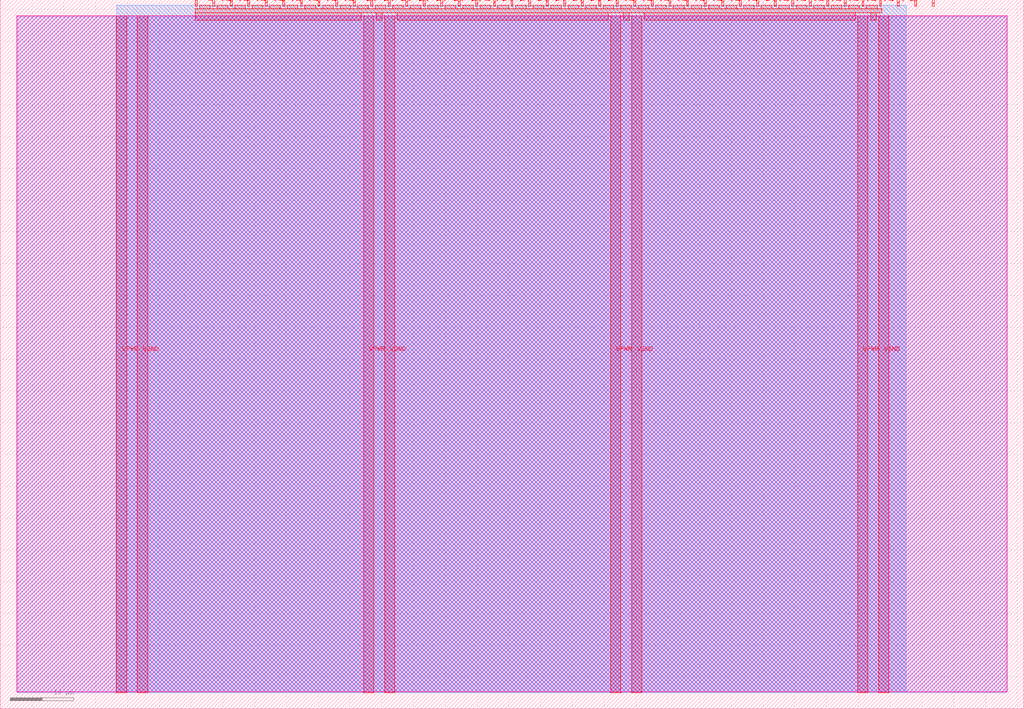
<source format=lef>
VERSION 5.7 ;
  NOWIREEXTENSIONATPIN ON ;
  DIVIDERCHAR "/" ;
  BUSBITCHARS "[]" ;
MACRO tt_um_wokwi_424253105151695873
  CLASS BLOCK ;
  FOREIGN tt_um_wokwi_424253105151695873 ;
  ORIGIN 0.000 0.000 ;
  SIZE 161.000 BY 111.520 ;
  PIN VGND
    DIRECTION INOUT ;
    USE GROUND ;
    PORT
      LAYER met4 ;
        RECT 21.580 2.480 23.180 109.040 ;
    END
    PORT
      LAYER met4 ;
        RECT 60.450 2.480 62.050 109.040 ;
    END
    PORT
      LAYER met4 ;
        RECT 99.320 2.480 100.920 109.040 ;
    END
    PORT
      LAYER met4 ;
        RECT 138.190 2.480 139.790 109.040 ;
    END
  END VGND
  PIN VPWR
    DIRECTION INOUT ;
    USE POWER ;
    PORT
      LAYER met4 ;
        RECT 18.280 2.480 19.880 109.040 ;
    END
    PORT
      LAYER met4 ;
        RECT 57.150 2.480 58.750 109.040 ;
    END
    PORT
      LAYER met4 ;
        RECT 96.020 2.480 97.620 109.040 ;
    END
    PORT
      LAYER met4 ;
        RECT 134.890 2.480 136.490 109.040 ;
    END
  END VPWR
  PIN clk
    DIRECTION INPUT ;
    USE SIGNAL ;
    PORT
      LAYER met4 ;
        RECT 143.830 110.520 144.130 111.520 ;
    END
  END clk
  PIN ena
    DIRECTION INPUT ;
    USE SIGNAL ;
    PORT
      LAYER met4 ;
        RECT 146.590 110.520 146.890 111.520 ;
    END
  END ena
  PIN rst_n
    DIRECTION INPUT ;
    USE SIGNAL ;
    PORT
      LAYER met4 ;
        RECT 141.070 110.520 141.370 111.520 ;
    END
  END rst_n
  PIN ui_in[0]
    DIRECTION INPUT ;
    USE SIGNAL ;
    ANTENNAGATEAREA 0.196500 ;
    PORT
      LAYER met4 ;
        RECT 138.310 110.520 138.610 111.520 ;
    END
  END ui_in[0]
  PIN ui_in[1]
    DIRECTION INPUT ;
    USE SIGNAL ;
    ANTENNAGATEAREA 0.196500 ;
    PORT
      LAYER met4 ;
        RECT 135.550 110.520 135.850 111.520 ;
    END
  END ui_in[1]
  PIN ui_in[2]
    DIRECTION INPUT ;
    USE SIGNAL ;
    ANTENNAGATEAREA 0.196500 ;
    PORT
      LAYER met4 ;
        RECT 132.790 110.520 133.090 111.520 ;
    END
  END ui_in[2]
  PIN ui_in[3]
    DIRECTION INPUT ;
    USE SIGNAL ;
    ANTENNAGATEAREA 0.196500 ;
    PORT
      LAYER met4 ;
        RECT 130.030 110.520 130.330 111.520 ;
    END
  END ui_in[3]
  PIN ui_in[4]
    DIRECTION INPUT ;
    USE SIGNAL ;
    ANTENNAGATEAREA 0.196500 ;
    PORT
      LAYER met4 ;
        RECT 127.270 110.520 127.570 111.520 ;
    END
  END ui_in[4]
  PIN ui_in[5]
    DIRECTION INPUT ;
    USE SIGNAL ;
    ANTENNAGATEAREA 0.196500 ;
    PORT
      LAYER met4 ;
        RECT 124.510 110.520 124.810 111.520 ;
    END
  END ui_in[5]
  PIN ui_in[6]
    DIRECTION INPUT ;
    USE SIGNAL ;
    ANTENNAGATEAREA 0.196500 ;
    PORT
      LAYER met4 ;
        RECT 121.750 110.520 122.050 111.520 ;
    END
  END ui_in[6]
  PIN ui_in[7]
    DIRECTION INPUT ;
    USE SIGNAL ;
    ANTENNAGATEAREA 0.196500 ;
    PORT
      LAYER met4 ;
        RECT 118.990 110.520 119.290 111.520 ;
    END
  END ui_in[7]
  PIN uio_in[0]
    DIRECTION INPUT ;
    USE SIGNAL ;
    PORT
      LAYER met4 ;
        RECT 116.230 110.520 116.530 111.520 ;
    END
  END uio_in[0]
  PIN uio_in[1]
    DIRECTION INPUT ;
    USE SIGNAL ;
    PORT
      LAYER met4 ;
        RECT 113.470 110.520 113.770 111.520 ;
    END
  END uio_in[1]
  PIN uio_in[2]
    DIRECTION INPUT ;
    USE SIGNAL ;
    PORT
      LAYER met4 ;
        RECT 110.710 110.520 111.010 111.520 ;
    END
  END uio_in[2]
  PIN uio_in[3]
    DIRECTION INPUT ;
    USE SIGNAL ;
    PORT
      LAYER met4 ;
        RECT 107.950 110.520 108.250 111.520 ;
    END
  END uio_in[3]
  PIN uio_in[4]
    DIRECTION INPUT ;
    USE SIGNAL ;
    PORT
      LAYER met4 ;
        RECT 105.190 110.520 105.490 111.520 ;
    END
  END uio_in[4]
  PIN uio_in[5]
    DIRECTION INPUT ;
    USE SIGNAL ;
    PORT
      LAYER met4 ;
        RECT 102.430 110.520 102.730 111.520 ;
    END
  END uio_in[5]
  PIN uio_in[6]
    DIRECTION INPUT ;
    USE SIGNAL ;
    PORT
      LAYER met4 ;
        RECT 99.670 110.520 99.970 111.520 ;
    END
  END uio_in[6]
  PIN uio_in[7]
    DIRECTION INPUT ;
    USE SIGNAL ;
    PORT
      LAYER met4 ;
        RECT 96.910 110.520 97.210 111.520 ;
    END
  END uio_in[7]
  PIN uio_oe[0]
    DIRECTION OUTPUT ;
    USE SIGNAL ;
    PORT
      LAYER met4 ;
        RECT 49.990 110.520 50.290 111.520 ;
    END
  END uio_oe[0]
  PIN uio_oe[1]
    DIRECTION OUTPUT ;
    USE SIGNAL ;
    PORT
      LAYER met4 ;
        RECT 47.230 110.520 47.530 111.520 ;
    END
  END uio_oe[1]
  PIN uio_oe[2]
    DIRECTION OUTPUT ;
    USE SIGNAL ;
    PORT
      LAYER met4 ;
        RECT 44.470 110.520 44.770 111.520 ;
    END
  END uio_oe[2]
  PIN uio_oe[3]
    DIRECTION OUTPUT ;
    USE SIGNAL ;
    PORT
      LAYER met4 ;
        RECT 41.710 110.520 42.010 111.520 ;
    END
  END uio_oe[3]
  PIN uio_oe[4]
    DIRECTION OUTPUT ;
    USE SIGNAL ;
    PORT
      LAYER met4 ;
        RECT 38.950 110.520 39.250 111.520 ;
    END
  END uio_oe[4]
  PIN uio_oe[5]
    DIRECTION OUTPUT ;
    USE SIGNAL ;
    PORT
      LAYER met4 ;
        RECT 36.190 110.520 36.490 111.520 ;
    END
  END uio_oe[5]
  PIN uio_oe[6]
    DIRECTION OUTPUT ;
    USE SIGNAL ;
    PORT
      LAYER met4 ;
        RECT 33.430 110.520 33.730 111.520 ;
    END
  END uio_oe[6]
  PIN uio_oe[7]
    DIRECTION OUTPUT ;
    USE SIGNAL ;
    PORT
      LAYER met4 ;
        RECT 30.670 110.520 30.970 111.520 ;
    END
  END uio_oe[7]
  PIN uio_out[0]
    DIRECTION OUTPUT ;
    USE SIGNAL ;
    PORT
      LAYER met4 ;
        RECT 72.070 110.520 72.370 111.520 ;
    END
  END uio_out[0]
  PIN uio_out[1]
    DIRECTION OUTPUT ;
    USE SIGNAL ;
    PORT
      LAYER met4 ;
        RECT 69.310 110.520 69.610 111.520 ;
    END
  END uio_out[1]
  PIN uio_out[2]
    DIRECTION OUTPUT ;
    USE SIGNAL ;
    PORT
      LAYER met4 ;
        RECT 66.550 110.520 66.850 111.520 ;
    END
  END uio_out[2]
  PIN uio_out[3]
    DIRECTION OUTPUT ;
    USE SIGNAL ;
    PORT
      LAYER met4 ;
        RECT 63.790 110.520 64.090 111.520 ;
    END
  END uio_out[3]
  PIN uio_out[4]
    DIRECTION OUTPUT ;
    USE SIGNAL ;
    PORT
      LAYER met4 ;
        RECT 61.030 110.520 61.330 111.520 ;
    END
  END uio_out[4]
  PIN uio_out[5]
    DIRECTION OUTPUT ;
    USE SIGNAL ;
    PORT
      LAYER met4 ;
        RECT 58.270 110.520 58.570 111.520 ;
    END
  END uio_out[5]
  PIN uio_out[6]
    DIRECTION OUTPUT ;
    USE SIGNAL ;
    PORT
      LAYER met4 ;
        RECT 55.510 110.520 55.810 111.520 ;
    END
  END uio_out[6]
  PIN uio_out[7]
    DIRECTION OUTPUT ;
    USE SIGNAL ;
    PORT
      LAYER met4 ;
        RECT 52.750 110.520 53.050 111.520 ;
    END
  END uio_out[7]
  PIN uo_out[0]
    DIRECTION OUTPUT ;
    USE SIGNAL ;
    ANTENNADIFFAREA 0.445500 ;
    PORT
      LAYER met4 ;
        RECT 94.150 110.520 94.450 111.520 ;
    END
  END uo_out[0]
  PIN uo_out[1]
    DIRECTION OUTPUT ;
    USE SIGNAL ;
    ANTENNADIFFAREA 0.445500 ;
    PORT
      LAYER met4 ;
        RECT 91.390 110.520 91.690 111.520 ;
    END
  END uo_out[1]
  PIN uo_out[2]
    DIRECTION OUTPUT ;
    USE SIGNAL ;
    ANTENNADIFFAREA 0.445500 ;
    PORT
      LAYER met4 ;
        RECT 88.630 110.520 88.930 111.520 ;
    END
  END uo_out[2]
  PIN uo_out[3]
    DIRECTION OUTPUT ;
    USE SIGNAL ;
    ANTENNADIFFAREA 0.445500 ;
    PORT
      LAYER met4 ;
        RECT 85.870 110.520 86.170 111.520 ;
    END
  END uo_out[3]
  PIN uo_out[4]
    DIRECTION OUTPUT ;
    USE SIGNAL ;
    ANTENNADIFFAREA 0.445500 ;
    PORT
      LAYER met4 ;
        RECT 83.110 110.520 83.410 111.520 ;
    END
  END uo_out[4]
  PIN uo_out[5]
    DIRECTION OUTPUT ;
    USE SIGNAL ;
    PORT
      LAYER met4 ;
        RECT 80.350 110.520 80.650 111.520 ;
    END
  END uo_out[5]
  PIN uo_out[6]
    DIRECTION OUTPUT ;
    USE SIGNAL ;
    PORT
      LAYER met4 ;
        RECT 77.590 110.520 77.890 111.520 ;
    END
  END uo_out[6]
  PIN uo_out[7]
    DIRECTION OUTPUT ;
    USE SIGNAL ;
    PORT
      LAYER met4 ;
        RECT 74.830 110.520 75.130 111.520 ;
    END
  END uo_out[7]
  OBS
      LAYER nwell ;
        RECT 2.570 2.635 158.430 108.990 ;
      LAYER li1 ;
        RECT 2.760 2.635 158.240 108.885 ;
      LAYER met1 ;
        RECT 2.760 2.480 158.240 109.040 ;
      LAYER met2 ;
        RECT 18.310 2.535 142.510 110.685 ;
      LAYER met3 ;
        RECT 18.290 2.555 142.535 110.665 ;
      LAYER met4 ;
        RECT 31.370 110.120 33.030 110.665 ;
        RECT 34.130 110.120 35.790 110.665 ;
        RECT 36.890 110.120 38.550 110.665 ;
        RECT 39.650 110.120 41.310 110.665 ;
        RECT 42.410 110.120 44.070 110.665 ;
        RECT 45.170 110.120 46.830 110.665 ;
        RECT 47.930 110.120 49.590 110.665 ;
        RECT 50.690 110.120 52.350 110.665 ;
        RECT 53.450 110.120 55.110 110.665 ;
        RECT 56.210 110.120 57.870 110.665 ;
        RECT 58.970 110.120 60.630 110.665 ;
        RECT 61.730 110.120 63.390 110.665 ;
        RECT 64.490 110.120 66.150 110.665 ;
        RECT 67.250 110.120 68.910 110.665 ;
        RECT 70.010 110.120 71.670 110.665 ;
        RECT 72.770 110.120 74.430 110.665 ;
        RECT 75.530 110.120 77.190 110.665 ;
        RECT 78.290 110.120 79.950 110.665 ;
        RECT 81.050 110.120 82.710 110.665 ;
        RECT 83.810 110.120 85.470 110.665 ;
        RECT 86.570 110.120 88.230 110.665 ;
        RECT 89.330 110.120 90.990 110.665 ;
        RECT 92.090 110.120 93.750 110.665 ;
        RECT 94.850 110.120 96.510 110.665 ;
        RECT 97.610 110.120 99.270 110.665 ;
        RECT 100.370 110.120 102.030 110.665 ;
        RECT 103.130 110.120 104.790 110.665 ;
        RECT 105.890 110.120 107.550 110.665 ;
        RECT 108.650 110.120 110.310 110.665 ;
        RECT 111.410 110.120 113.070 110.665 ;
        RECT 114.170 110.120 115.830 110.665 ;
        RECT 116.930 110.120 118.590 110.665 ;
        RECT 119.690 110.120 121.350 110.665 ;
        RECT 122.450 110.120 124.110 110.665 ;
        RECT 125.210 110.120 126.870 110.665 ;
        RECT 127.970 110.120 129.630 110.665 ;
        RECT 130.730 110.120 132.390 110.665 ;
        RECT 133.490 110.120 135.150 110.665 ;
        RECT 136.250 110.120 137.910 110.665 ;
        RECT 30.655 109.440 138.625 110.120 ;
        RECT 30.655 108.295 56.750 109.440 ;
        RECT 59.150 108.295 60.050 109.440 ;
        RECT 62.450 108.295 95.620 109.440 ;
        RECT 98.020 108.295 98.920 109.440 ;
        RECT 101.320 108.295 134.490 109.440 ;
        RECT 136.890 108.295 137.790 109.440 ;
  END
END tt_um_wokwi_424253105151695873
END LIBRARY


</source>
